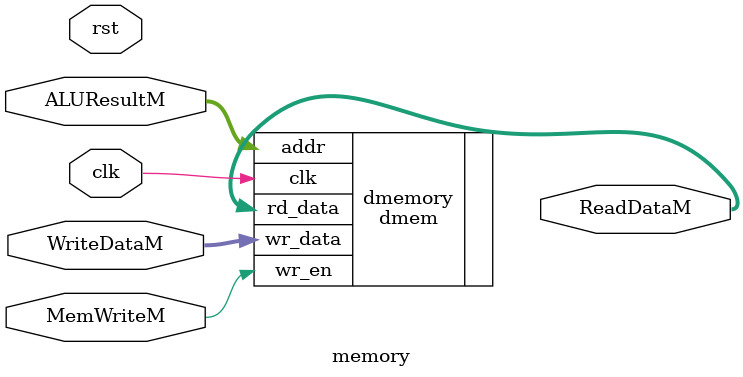
<source format=sv>
/*
Memory Module reads in and writes to the data memory (dmem)
*/

module memory(
    input  logic        clk, rst,
	 input  logic        MemWriteM,
    input  logic [31:0] ALUResultM,
    input  logic [31:0] WriteDataM,
    output logic [31:0] ReadDataM
);

 

    //64 word x 32 bit per word memory.
    dmem dmemory (
        .clk     (clk        ), 
        .wr_en   (MemWriteM  ),
        .addr    (ALUResultM ),
        .wr_data (WriteDataM ),
        .rd_data (ReadDataM  )
    );
endmodule
</source>
